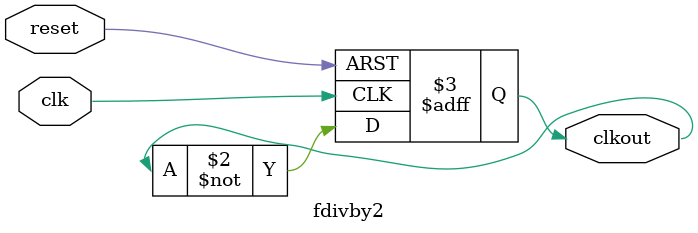
<source format=sv>
/*
TODO:
incorporate the RUN variable somewhere int he alarm clock LOL. 
Then just focus on working on physical verification. 
Also bump my code against the lab manual. I think i'm actually pretty close to being done :) 
*/

module alarm_clock_pv(input CLK, SW5, SW4, SW3, SW2, SW1, SW0, KEY1, KEY0, output logic [6:0] SEC_LSD, SEC_MSD, MIN_LSD, MIN_MSD, HR_LSD, HR_MSD, output logic LED7, LED5, LED4, LED3, LED2, LED1, LED0);
	//CLK - 50MHz
	//SW0 - Reset	SW1 - Alarm_set		SW2 - Time_set		SW3 - set (1 Hours 0 Min)
	//SW4 - Activate Alarm_set		SW5 - RUN		KEY0 - Alarm Reset 
	//KEY1 - Moves Clock on hold.

	logic [7:0] sec_tens, sec_ones, min_tens, min_ones, hr_tens, hr_ones, sec, min, hrs, secA, minA, hrsA;
	logic clk_2_0hz, alarm;

	freqDiv divid(CLK, Hz2); //Module to divide 50MHz down to 2Hz

	alarm_clock alarmClk(clk_2_0hz, SW0, SW2, SW1, SW3, (SW5 && ~SW1 && ~SW2), SW4, KEY0, sec, min, hrs, secA, minA, hrsA, alarm);
					//   clk, rst, tSet ASet hr/min       run         act-alm alm-res OUTPUTS
	
	always_comb begin
		clk_2_0hz = 1'b0; 					//(KEY1 && ~SW1) || (KEY1 && ~SW0)
		sec_tens = secA/8'd10; 
		sec_ones = secA%8'd10; //if doesn't default, displays alarm time kinda weird inverse way
		min_tens = minA/8'd10; 
		min_ones = minA%8'd10;
		hr_tens = hrA/8'd10; 
		hr_ones = hrA%8'd10;
		if ((~KEY1 && SW2) || (~KEY1 && SW1) || (KEY1 && ~SW1 && ~SW0)) begin
			clk_2_0hz = Hz2;
		end
		if(~alarm_set)begin
			sec_tens = sec/8'd10; //Kind of defaults to these
			sec_ones = sec%8'd10;
			min_tens = min/8'd10; 
			min_ones = min%8'd10;
			hr_tens = hr/8'd10; 
			hr_ones = hr%8'd10;
		end
	end
	
	//draw to segment displays

	ASCII27Seg SevH0(sec_ones, SEC_LSD);
	ASCII27Seg SevH1(sec_tens, SEC_MSD);
	ASCII27Seg SevH2(min_ones, MIN_LSD);
	ASCII27Seg SevH3(min_tens, MIN_MSD);
	ASCII27Seg SevH4(hr_ones, HR_LSD);
	ASCII27Seg SevH5(hr_tens, HR_MSD);
	
	//LEDs
	assign LED7 = alarm;
	assign LED5 = SW5;
	assign LED4 = SW4;
	assign LED3 = SW3;
	assign LED2 = SW2;
	assign LED1 = SW1;
	assign LED0 = SW0;

endmodule //alarm_clock_pv

//====================================================================================================

module alarm_clock(input CLK_2Hz, reset, time_set, alarm_set, sethrs1min0, run, activatealarm, alarmreset, output logic [7:0] sec, min, hrs, sec_alrm, min_alrm, hrs_alrm, output logic alrm);

	logic clk_alarm, clk_clk, Hz1; 
	//need to incorporate RUN somewhere??? 
	timer clock(clk_clk, reset, (~sethrs1min0 && time_set), (sethrs1min0 && time_set), sec, min, hrs);
	timer alarm(clk_alarm, reset, (~sethrs1min0 && alarm_set), (sethrs1min0 && alarm_set), sec_alrm, min_alrm, hrs_alrm);
	
	//freq down to 1 HZ
	freqDiv divid(CLK_2Hz, Hz1);
	
	always_comb begin
		clk_alarm = 1'b0;
		clk_clk = 1'b0;
		if (sec-8'd1==sec_alrm && min == min_alrm && hrs==hrs_alrm && activatealarm) begin
				alrm = 1'b1;
			end
		if (alarmreset)
			alrm = 1'b0;
		if (alarm_set)
			clk_alarm = CLK_2Hz;
		if(time_set)
			clk_clk = CLK_2Hz;
		if(run)
			clk_clk = Hz1;
	end
endmodule //alarm clock

//====================================================================================================


//Timer module works as intended!!!!!!! The only thing thats still questionable is the Frequency Divider!!!!!!!!!!!!!!! BUT LETS GO
module timer(input clk, input reset, set_min, set_hour, output logic [7:0] seconds, minutes, hours);

	//clk by default will be passed in as 2Hz
	
	//logic [7:0] clk_min, clk_hr, hourOut, Min_in, Hour_in, Hz1;
	logic secEn, minEn, hourEn, clk_sec, clk_min, clk_hr;
	
	clocktime secClk(clk_sec, secEn, reset, 8'd59, seconds, Min_in);
	clocktime minClk(clk_min, minEn, reset, 8'd59, minutes, Hour_in);
	clocktime hourClk(clk_hr, hourEn, reset, 8'd23, hours, hourOut);

	fdivby2 div2(clk, reset, Hz1);

	always_comb begin
		clk_sec = Hz1; 
		clk_min = Min_in;
		clk_hr = Hour_in;
		secEn = 1'b1; minEn = 1'b1; hourEn = 1'b1;
		
		if(set_min) begin
			clk_sec = 1'b0; secEn = 1'b0; minEn = 1'b1; hourEn = 1'b0;
			clk_min = clk; 
			clk_hr = 1'b0;
		end
		if(set_hour) begin
			clk_sec = 1'b0; secEn = 1'b0; minEn = 1'b0; hourEn = 1'b1;
			clk_min = 1'b0;
			clk_hr = clk; 
		end
	end
	
endmodule //timer

//====================================================================================================

module clocktime(input clk, enable, reset, input [7:0] Maxval, output logic [7:0] Count, output logic clkout);

	always_ff @ (posedge clk or posedge reset) begin
		if (reset) begin
			Count <= 8'd0;
			clkout <= 1'b0;
		end
		else begin
			if (enable) begin
				if (Count<Maxval) begin
					Count <= Count + 8'd1;
					clkout <= 1'b0;
				end
				else begin
					Count <= 8'd0;
					clkout <= 1'b1;
				end
			end
		end
	end

endmodule//clocktimer

//====================================================================================================

module fdivby2 (input clk, reset, output logic clkout);
	
	always_ff @ (posedge clk or posedge reset) begin
		if (reset)
			clkout <= 1'b0;
		else
			clkout <= ~clkout;
	end
endmodule


</source>
